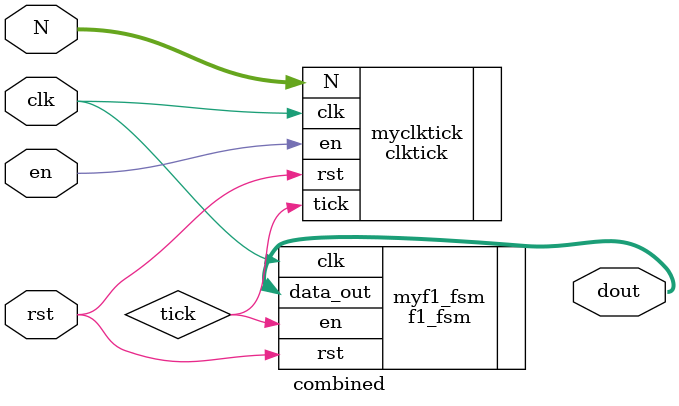
<source format=sv>
module combined #(
	parameter WIDTH = 16
)(
  // interface signals
  input  logic             clk,      // clock 
  input  logic             rst,      // reset
  input  logic             en,       // enable signal
  input  logic [WIDTH-1:0] N,     	 // clock divided by N+1
  output logic [7:0] 		   dout      // data out
);

clktick myclktick (
    .clk (clk),
    .rst (rst),
    .en (en),
    .N (N),
    .tick (tick)
);

f1_fsm myf1_fsm(
    .clk (clk),
    .en (tick),
    .rst (rst),
    .data_out (dout)
);

endmodule

</source>
